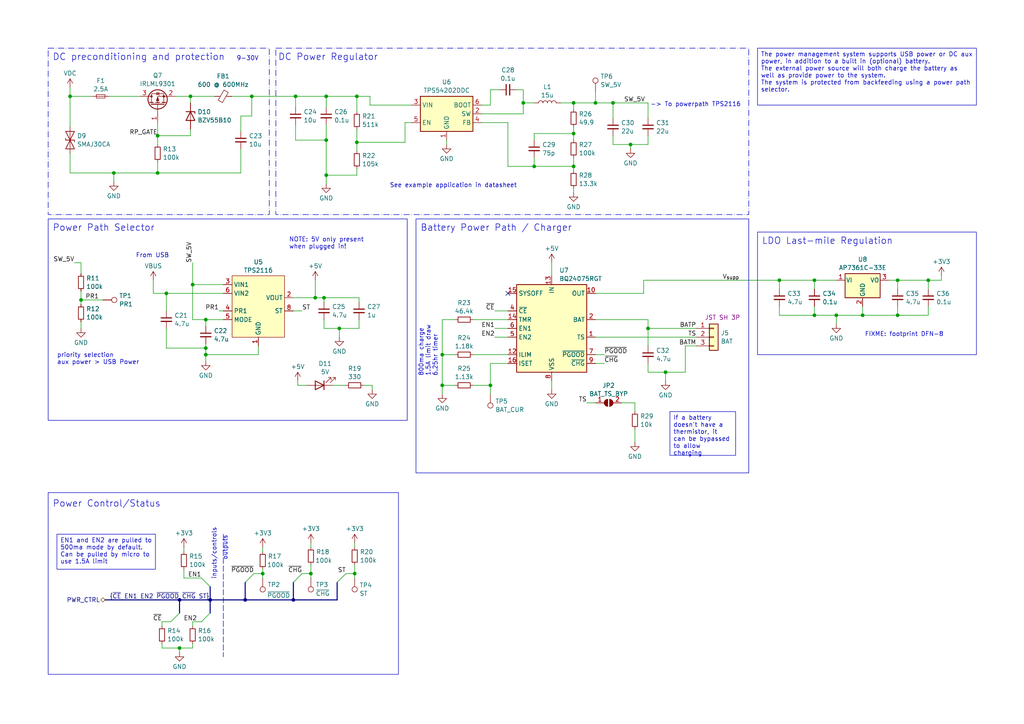
<source format=kicad_sch>
(kicad_sch (version 20230121) (generator eeschema)
  (paper "A4")
  (title_block (title "T3 Telemetry Board") (date "2023-07-26") (rev "1.1a-DRAFT") (company "Solar Vehicle Project"))
  (lib_symbols
    (symbol "Battery_Management:BQ24075RGT"
      (property "Reference" "U" (at -8.89 13.97 0))
      (property "Value" "BQ24075RGT" (at 16.51 13.97 0))
      (symbol "BQ24075RGT_0_1"
        (rectangle (start -10.16 12.7) (end 10.16 -12.7) (stroke (width 0.254)) (fill (type background)))
      )
      (symbol "BQ24075RGT_1_1"
        (pin passive line (at 12.7 -2.54 180) (length 2.54) (name "TS") (number "1"))
        (pin power_out line (at 12.7 10.16 180) (length 2.54) (name "OUT") (number "10"))
        (pin passive line (at 12.7 10.16 180) (length 2.54) hide (name "OUT") (number "11"))
        (pin passive line (at -12.7 -7.62 0) (length 2.54) (name "ILIM") (number "12"))
        (pin power_in line (at 0 15.24 270) (length 2.54) (name "IN") (number "13"))
        (pin input line (at -12.7 2.54 0) (length 2.54) (name "TMR") (number "14"))
        (pin input line (at -12.7 10.16 0) (length 2.54) (name "SYSOFF") (number "15"))
        (pin passive line (at -12.7 -10.16 0) (length 2.54) (name "ISET") (number "16"))
        (pin passive line (at 0 -15.24 90) (length 2.54) hide (name "VSS") (number "17"))
        (pin power_out line (at 12.7 2.54 180) (length 2.54) (name "BAT") (number "2"))
        (pin passive line (at 12.7 2.54 180) (length 2.54) hide (name "BAT") (number "3"))
        (pin input line (at -12.7 5.08 0) (length 2.54) (name "~{CE}") (number "4"))
        (pin input line (at -12.7 -2.54 0) (length 2.54) (name "EN2") (number "5"))
        (pin input line (at -12.7 0 0) (length 2.54) (name "EN1") (number "6"))
        (pin open_collector line (at 12.7 -7.62 180) (length 2.54) (name "~{PGOOD}") (number "7"))
        (pin power_in line (at 0 -15.24 90) (length 2.54) (name "VSS") (number "8"))
        (pin open_collector line (at 12.7 -10.16 180) (length 2.54) (name "~{CHG}") (number "9"))
      )
    )
    (symbol "Connector:TestPoint" (pin_numbers hide) (pin_names (offset 0.762) hide)
      (property "Reference" "TP" (at 0 6.858 0))
      (property "Value" "TestPoint" (at 0 5.08 0))
      (symbol "TestPoint_0_1"
        (circle (center 0 3.302) (radius 0.762))
      )
      (symbol "TestPoint_1_1"
        (pin passive line (at 0 0 90) (length 2.54) (name "1") (number "1"))
      )
    )
    (symbol "Connector_Generic:Conn_01x03" (pin_names (offset 1.016) hide)
      (property "Reference" "J" (at 0 5.08 0))
      (property "Value" "Conn_01x03" (at 0 -5.08 0))
      (symbol "Conn_01x03_1_1"
        (rectangle (start -1.27 -2.413) (end 0 -2.667) (stroke (width 0.1524)))
        (rectangle (start -1.27 0.127) (end 0 -0.127) (stroke (width 0.1524)))
        (rectangle (start -1.27 2.667) (end 0 2.413) (stroke (width 0.1524)))
        (rectangle (start -1.27 3.81) (end 1.27 -3.81) (stroke (width 0.254)) (fill (type background)))
        (pin passive line (at -5.08 2.54 0) (length 3.81) (name "Pin_1") (number "1"))
        (pin passive line (at -5.08 0 0) (length 3.81) (name "Pin_2") (number "2"))
        (pin passive line (at -5.08 -2.54 0) (length 3.81) (name "Pin_3") (number "3"))
      )
    )
    (symbol "Device:C_Small" (pin_numbers hide) (pin_names (offset 0.254) hide)
      (property "Reference" "C" (at 0.254 1.778 0))
      (property "Value" "C_Small" (at 0.254 -2.032 0))
      (symbol "C_Small_0_1"
        (polyline (pts (xy -1.524 -0.508) (xy 1.524 -0.508)) (stroke (width 0.3302)))
        (polyline (pts (xy -1.524 0.508) (xy 1.524 0.508)) (stroke (width 0.3048)))
      )
      (symbol "C_Small_1_1"
        (pin passive line (at 0 2.54 270) (length 2.032) (name "~") (number "1"))
        (pin passive line (at 0 -2.54 90) (length 2.032) (name "~") (number "2"))
      )
    )
    (symbol "Device:FerriteBead_Small" (pin_numbers hide) (pin_names (offset 0))
      (property "Reference" "FB" (at 1.905 1.27 0))
      (property "Value" "FerriteBead_Small" (at 1.905 -1.27 0))
      (symbol "FerriteBead_Small_0_1"
        (polyline (pts (xy 0 -1.27) (xy 0 -0.7874)))
        (polyline (pts (xy 0 0.889) (xy 0 1.2954)))
        (polyline (pts (xy -1.8288 0.2794) (xy -1.1176 1.4986) (xy 1.8288 -0.2032) (xy 1.1176 -1.4224) (xy -1.8288 0.2794)))
      )
      (symbol "FerriteBead_Small_1_1"
        (pin passive line (at 0 2.54 270) (length 1.27) (name "~") (number "1"))
        (pin passive line (at 0 -2.54 90) (length 1.27) (name "~") (number "2"))
      )
    )
    (symbol "Device:Fuse_Small" (pin_numbers hide) (pin_names (offset 0.254) hide)
      (property "Reference" "F" (at 0 -1.524 0))
      (property "Value" "Fuse_Small" (at 0 1.524 0))
      (symbol "Fuse_Small_0_1"
        (rectangle (start -1.27 0.508) (end 1.27 -0.508))
        (polyline (pts (xy -1.27 0) (xy 1.27 0)))
      )
      (symbol "Fuse_Small_1_1"
        (pin passive line (at -2.54 0 0) (length 1.27) (name "~") (number "1"))
        (pin passive line (at 2.54 0 180) (length 1.27) (name "~") (number "2"))
      )
    )
    (symbol "Device:L" (pin_numbers hide) (pin_names (offset 1.016) hide)
      (property "Reference" "L" (at -1.27 0 90))
      (property "Value" "L" (at 1.905 0 90))
      (symbol "L_0_1"
        (arc (start 0 -2.54) (mid 0.6323 -1.905) (end 0 -1.27))
        (arc (start 0 -1.27) (mid 0.6323 -0.635) (end 0 0))
        (arc (start 0 0) (mid 0.6323 0.635) (end 0 1.27))
        (arc (start 0 1.27) (mid 0.6323 1.905) (end 0 2.54))
      )
      (symbol "L_1_1"
        (pin passive line (at 0 3.81 270) (length 1.27) (name "1") (number "1"))
        (pin passive line (at 0 -3.81 90) (length 1.27) (name "2") (number "2"))
      )
    )
    (symbol "Device:LED" (pin_numbers hide) (pin_names (offset 1.016) hide)
      (property "Reference" "D" (at 0 2.54 0))
      (property "Value" "LED" (at 0 -2.54 0))
      (symbol "LED_0_1"
        (polyline (pts (xy -1.27 -1.27) (xy -1.27 1.27)) (stroke (width 0.254)))
        (polyline (pts (xy -1.27 0) (xy 1.27 0)))
        (polyline (pts (xy 1.27 -1.27) (xy 1.27 1.27) (xy -1.27 0) (xy 1.27 -1.27)) (stroke (width 0.254)))
        (polyline (pts (xy -3.048 -0.762) (xy -4.572 -2.286) (xy -3.81 -2.286) (xy -4.572 -2.286) (xy -4.572 -1.524)))
        (polyline (pts (xy -1.778 -0.762) (xy -3.302 -2.286) (xy -2.54 -2.286) (xy -3.302 -2.286) (xy -3.302 -1.524)))
      )
      (symbol "LED_1_1"
        (pin passive line (at -3.81 0 0) (length 2.54) (name "K") (number "1"))
        (pin passive line (at 3.81 0 180) (length 2.54) (name "A") (number "2"))
      )
    )
    (symbol "Device:R_Small" (pin_numbers hide) (pin_names (offset 0.254) hide)
      (property "Reference" "R" (at 0.762 0.508 0))
      (property "Value" "R_Small" (at 0.762 -1.016 0))
      (symbol "R_Small_0_1"
        (rectangle (start -0.762 1.778) (end 0.762 -1.778) (stroke (width 0.2032)))
      )
      (symbol "R_Small_1_1"
        (pin passive line (at 0 2.54 270) (length 0.762) (name "~") (number "1"))
        (pin passive line (at 0 -2.54 90) (length 0.762) (name "~") (number "2"))
      )
    )
    (symbol "Diode:BZV55B10" (pin_numbers hide) (pin_names hide)
      (property "Reference" "D" (at 0 2.54 0))
      (property "Value" "BZV55B10" (at 0 -2.54 0))
      (symbol "BZV55B10_0_1"
        (polyline (pts (xy 1.27 0) (xy -1.27 0)))
        (polyline (pts (xy -1.27 -1.27) (xy -1.27 1.27) (xy -0.762 1.27)) (stroke (width 0.254)))
        (polyline (pts (xy 1.27 -1.27) (xy 1.27 1.27) (xy -1.27 0) (xy 1.27 -1.27)) (stroke (width 0.254)))
      )
      (symbol "BZV55B10_1_1"
        (pin passive line (at -3.81 0 0) (length 2.54) (name "K") (number "1"))
        (pin passive line (at 3.81 0 180) (length 2.54) (name "A") (number "2"))
      )
    )
    (symbol "Diode:SMAJ30CA" (pin_numbers hide) (pin_names (offset 1.016) hide)
      (property "Reference" "D" (at 0 2.54 0))
      (property "Value" "SMAJ30CA" (at 0 -2.54 0))
      (symbol "SMAJ30CA_0_1"
        (polyline (pts (xy 1.27 0) (xy -1.27 0)))
        (polyline (pts (xy -2.54 -1.27) (xy 0 0) (xy -2.54 1.27) (xy -2.54 -1.27)) (stroke (width 0.2032)))
        (polyline (pts (xy 0.508 1.27) (xy 0 1.27) (xy 0 -1.27) (xy -0.508 -1.27)) (stroke (width 0.2032)))
        (polyline (pts (xy 2.54 1.27) (xy 2.54 -1.27) (xy 0 0) (xy 2.54 1.27)) (stroke (width 0.2032)))
      )
      (symbol "SMAJ30CA_1_1"
        (pin passive line (at -3.81 0 0) (length 2.54) (name "A1") (number "1"))
        (pin passive line (at 3.81 0 180) (length 2.54) (name "A2") (number "2"))
      )
    )
    (symbol "Jumper:SolderJumper_2_Open" (pin_names (offset 0) hide)
      (property "Reference" "JP" (at 0 2.032 0))
      (property "Value" "SolderJumper_2_Open" (at 0 -2.54 0))
      (symbol "SolderJumper_2_Open_0_1"
        (arc (start -0.254 1.016) (mid -1.2656 0) (end -0.254 -1.016))
        (arc (start -0.254 1.016) (mid -1.2656 0) (end -0.254 -1.016) (fill (type outline)))
        (polyline (pts (xy -0.254 1.016) (xy -0.254 -1.016)))
        (polyline (pts (xy 0.254 1.016) (xy 0.254 -1.016)))
        (arc (start 0.254 -1.016) (mid 1.2656 0) (end 0.254 1.016))
        (arc (start 0.254 -1.016) (mid 1.2656 0) (end 0.254 1.016) (fill (type outline)))
      )
      (symbol "SolderJumper_2_Open_1_1"
        (pin passive line (at -3.81 0 0) (length 2.54) (name "A") (number "1"))
        (pin passive line (at 3.81 0 180) (length 2.54) (name "B") (number "2"))
      )
    )
    (symbol "Regulator_Linear:AP7361C-33E" (pin_names (offset 0.254))
      (property "Reference" "U" (at -3.81 3.175 0))
      (property "Value" "AP7361C-33E" (at 0 3.175 0))
      (symbol "AP7361C-33E_0_1"
        (rectangle (start -5.08 -5.08) (end 5.08 1.905) (stroke (width 0.254)) (fill (type background)))
      )
      (symbol "AP7361C-33E_1_1"
        (pin power_in line (at -7.62 0 0) (length 2.54) (name "VI") (number "1"))
        (pin power_in line (at 0 -7.62 90) (length 2.54) (name "GND") (number "2"))
        (pin power_out line (at 7.62 0 180) (length 2.54) (name "VO") (number "3"))
      )
    )
    (symbol "Regulator_Switching:TPS54202DDC"
      (property "Reference" "U" (at -7.62 6.35 0))
      (property "Value" "TPS54202DDC" (at 0 6.35 0))
      (symbol "TPS54202DDC_0_1"
        (rectangle (start -7.62 5.08) (end 7.62 -5.08) (stroke (width 0.254)) (fill (type background)))
      )
      (symbol "TPS54202DDC_1_1"
        (pin power_in line (at 0 -7.62 90) (length 2.54) (name "GND") (number "1"))
        (pin power_out line (at 10.16 0 180) (length 2.54) (name "SW") (number "2"))
        (pin power_in line (at -10.16 2.54 0) (length 2.54) (name "VIN") (number "3"))
        (pin input line (at 10.16 -2.54 180) (length 2.54) (name "FB") (number "4"))
        (pin input line (at -10.16 -2.54 0) (length 2.54) (name "EN") (number "5"))
        (pin passive line (at 10.16 2.54 180) (length 2.54) (name "BOOT") (number "6"))
      )
    )
    (symbol "Transistor_FET:IRLML9301" (pin_names hide)
      (property "Reference" "Q" (at 5.08 1.905 0))
      (property "Value" "IRLML9301" (at 5.08 0 0))
      (symbol "IRLML9301_0_1"
        (polyline (pts (xy 0.254 0) (xy -2.54 0)))
        (polyline (pts (xy 0.254 1.905) (xy 0.254 -1.905)) (stroke (width 0.254)))
        (polyline (pts (xy 0.762 -1.27) (xy 0.762 -2.286)) (stroke (width 0.254)))
        (polyline (pts (xy 0.762 0.508) (xy 0.762 -0.508)) (stroke (width 0.254)))
        (polyline (pts (xy 0.762 2.286) (xy 0.762 1.27)) (stroke (width 0.254)))
        (polyline (pts (xy 2.54 2.54) (xy 2.54 1.778)))
        (polyline (pts (xy 2.54 -2.54) (xy 2.54 0) (xy 0.762 0)))
        (polyline (pts (xy 0.762 1.778) (xy 3.302 1.778) (xy 3.302 -1.778) (xy 0.762 -1.778)))
        (polyline (pts (xy 2.286 0) (xy 1.27 0.381) (xy 1.27 -0.381) (xy 2.286 0)) (fill (type outline)))
        (polyline (pts (xy 2.794 -0.508) (xy 2.921 -0.381) (xy 3.683 -0.381) (xy 3.81 -0.254)))
        (polyline (pts (xy 3.302 -0.381) (xy 2.921 0.254) (xy 3.683 0.254) (xy 3.302 -0.381)))
        (circle (center 1.651 0) (radius 2.794) (stroke (width 0.254)))
        (circle (center 2.54 -1.778) (radius 0.254) (fill (type outline)))
        (circle (center 2.54 1.778) (radius 0.254) (fill (type outline)))
      )
      (symbol "IRLML9301_1_1"
        (pin input line (at -5.08 0 0) (length 2.54) (name "G") (number "1"))
        (pin passive line (at 2.54 -5.08 90) (length 2.54) (name "S") (number "2"))
        (pin passive line (at 2.54 5.08 270) (length 2.54) (name "D") (number "3"))
      )
    )
    (symbol "parts:TSP2116"
      (property "Reference" "U" (at -6.35 10.16 0))
      (property "Value" "TPS2116" (at 3.81 10.16 0))
      (symbol "TSP2116_1_1"
        (rectangle (start -7.62 8.89) (end 7.62 -8.89) (fill (type background)))
        (pin power_in line (at 0 -11.43 90) (length 2.54) (name "GND") (number "1"))
        (pin power_out line (at 10.16 2.54 180) (length 2.54) (name "VOUT") (number "2"))
        (pin power_in line (at -10.16 6.35 0) (length 2.54) (name "VIN1") (number "3"))
        (pin input line (at -10.16 -1.27 0) (length 2.54) (name "PR1") (number "4"))
        (pin input line (at -10.16 -3.81 0) (length 2.54) (name "MODE") (number "5"))
        (pin input line (at -10.16 3.81 0) (length 2.54) (name "VIN2") (number "6"))
        (pin power_out line (at 10.16 2.54 180) (length 2.54) hide (name "VOUT") (number "7"))
        (pin output line (at 10.16 -1.27 180) (length 2.54) (name "ST") (number "8"))
      )
    )
    (symbol "power:+3V3" (power) (pin_names (offset 0))
      (property "Value" "+3V3" (at 0 3.556 0))
      (symbol "+3V3_0_1"
        (polyline (pts (xy -0.762 1.27) (xy 0 2.54)))
        (polyline (pts (xy 0 0) (xy 0 2.54)))
        (polyline (pts (xy 0 2.54) (xy 0.762 1.27)))
      )
      (symbol "+3V3_1_1"
        (pin power_in line (at 0 0 90) (length 0) hide (name "+3V3") (number "1"))
      )
    )
    (symbol "power:+5V" (power) (pin_names (offset 0))
      (property "Value" "+5V" (at 0 3.556 0))
      (symbol "+5V_0_1"
        (polyline (pts (xy -0.762 1.27) (xy 0 2.54)))
        (polyline (pts (xy 0 0) (xy 0 2.54)))
        (polyline (pts (xy 0 2.54) (xy 0.762 1.27)))
      )
      (symbol "+5V_1_1"
        (pin power_in line (at 0 0 90) (length 0) hide (name "+5V") (number "1"))
      )
    )
    (symbol "power:GND" (power) (pin_names (offset 0))
      (property "Value" "GND" (at 0 -3.81 0))
      (symbol "GND_0_1"
        (polyline (pts (xy 0 0) (xy 0 -1.27) (xy 1.27 -1.27) (xy 0 -2.54) (xy -1.27 -1.27) (xy 0 -1.27)))
      )
      (symbol "GND_1_1"
        (pin power_in line (at 0 0 270) (length 0) hide (name "GND") (number "1"))
      )
    )
    (symbol "power:VBUS" (power) (pin_names (offset 0))
      (property "Value" "VBUS" (at 0 3.81 0))
      (symbol "VBUS_0_1"
        (polyline (pts (xy -0.762 1.27) (xy 0 2.54)))
        (polyline (pts (xy 0 0) (xy 0 2.54)))
        (polyline (pts (xy 0 2.54) (xy 0.762 1.27)))
      )
      (symbol "VBUS_1_1"
        (pin power_in line (at 0 0 90) (length 0) hide (name "VBUS") (number "1"))
      )
    )
    (symbol "power:VDC" (power) (pin_names (offset 0))
      (property "Value" "VDC" (at 0 6.35 0))
      (symbol "VDC_0_1"
        (polyline (pts (xy -0.762 1.27) (xy 0 2.54)))
        (polyline (pts (xy 0 0) (xy 0 2.54)))
        (polyline (pts (xy 0 2.54) (xy 0.762 1.27)))
      )
      (symbol "VDC_1_1"
        (pin power_in line (at 0 0 90) (length 0) hide (name "VDC") (number "1"))
      )
    )
  )
  (junction (at 59.69 92.71))
  (junction (at 59.69 102.87))
  (junction (at 166.37 38.735))
  (junction (at 52.07 187.96))
  (junction (at 90.17 166.37))
  (junction (at 226.06 81.28))
  (junction (at 103.505 41.275))
  (junction (at 98.425 95.25))
  (junction (at 172.72 29.845))
  (junction (at 45.72 50.165))
  (junction (at 166.37 29.845))
  (junction (at 52.07 173.99))
  (junction (at 103.505 27.94))
  (junction (at 242.57 91.44))
  (junction (at 85.09 173.99))
  (junction (at 45.72 39.37))
  (junction (at 250.19 91.44))
  (junction (at 236.22 81.28))
  (junction (at 236.22 91.44))
  (junction (at 94.615 27.94))
  (junction (at 187.96 95.25))
  (junction (at 142.24 111.76))
  (junction (at 94.615 50.8))
  (junction (at 71.12 173.99))
  (junction (at 193.04 107.95))
  (junction (at 128.27 111.76))
  (junction (at 269.24 81.28))
  (junction (at 177.8 29.845))
  (junction (at 93.98 86.36))
  (junction (at 60.96 173.99))
  (junction (at 33.02 50.165))
  (junction (at 182.88 41.91))
  (junction (at 59.69 100.965))
  (junction (at 73.025 27.94))
  (junction (at 128.27 102.87))
  (junction (at 94.615 40.64))
  (junction (at 260.35 91.44))
  (junction (at 154.94 48.26))
  (junction (at 102.87 166.37))
  (junction (at 48.26 85.09))
  (junction (at 91.44 86.36))
  (junction (at 151.765 29.845))
  (junction (at 20.32 27.94))
  (junction (at 55.88 82.55))
  (junction (at 166.37 48.26))
  (junction (at 76.2 166.37))
  (junction (at 85.725 27.94))
  (junction (at 55.245 27.94))
  (junction (at 260.35 81.28))
  (junction (at 23.495 86.995))
  (no_connect (at 147.32 85.09))
  (bus_entry (at 58.42 180.34) (size 2.54 -2.54))
  (bus_entry (at 49.53 180.34) (size 2.54 -2.54))
  (bus_entry (at 87.63 166.37) (size -2.54 2.54))
  (bus_entry (at 100.33 166.37) (size -2.54 2.54))
  (bus_entry (at 73.66 166.37) (size -2.54 2.54))
  (bus_entry (at 58.42 167.64) (size 2.54 2.54))
  (wire (pts (xy 103.505 27.94) (xy 107.315 27.94)))
  (wire (pts (xy 46.99 180.34) (xy 49.53 180.34)))
  (wire (pts (xy 90.17 163.83) (xy 90.17 166.37)))
  (wire (pts (xy 55.88 186.69) (xy 55.88 187.96)))
  (wire (pts (xy 107.95 111.76) (xy 107.95 113.03)))
  (wire (pts (xy 73.025 27.94) (xy 73.025 33.655)))
  (wire (pts (xy 48.26 95.25) (xy 48.26 100.965)))
  (wire (pts (xy 103.505 41.275) (xy 103.505 43.815)))
  (wire (pts (xy 76.2 158.75) (xy 76.2 160.02)))
  (wire (pts (xy 151.765 26.035) (xy 151.765 29.845)))
  (wire (pts (xy 236.22 91.44) (xy 242.57 91.44)))
  (wire (pts (xy 226.06 91.44) (xy 236.22 91.44)))
  (wire (pts (xy 269.24 81.28) (xy 269.24 83.82)))
  (wire (pts (xy 98.425 95.25) (xy 104.14 95.25)))
  (wire (pts (xy 59.69 100.965) (xy 59.69 102.87)))
  (wire (pts (xy 55.88 82.55) (xy 64.77 82.55)))
  (wire (pts (xy 193.04 107.95) (xy 198.755 107.95)))
  (wire (pts (xy 172.72 97.79) (xy 201.93 97.79)))
  (wire (pts (xy 21.59 76.2) (xy 23.495 76.2)))
  (wire (pts (xy 103.505 48.895) (xy 103.505 50.8)))
  (wire (pts (xy 198.755 100.33) (xy 198.755 107.95)))
  (wire (pts (xy 23.495 86.995) (xy 29.845 86.995)))
  (wire (pts (xy 187.96 39.37) (xy 187.96 41.91)))
  (wire (pts (xy 198.755 100.33) (xy 201.93 100.33)))
  (wire (pts (xy 166.37 29.845) (xy 172.72 29.845)))
  (wire (pts (xy 59.69 99.695) (xy 59.69 100.965)))
  (wire (pts (xy 236.22 81.28) (xy 236.22 83.82)))
  (wire (pts (xy 137.16 92.71) (xy 147.32 92.71)))
  (wire (pts (xy 91.44 86.36) (xy 93.98 86.36)))
  (wire (pts (xy 162.56 29.845) (xy 166.37 29.845)))
  (wire (pts (xy 260.35 81.28) (xy 257.81 81.28)))
  (wire (pts (xy 85.725 40.64) (xy 94.615 40.64)))
  (wire (pts (xy 180.34 116.84) (xy 184.15 116.84)))
  (wire (pts (xy 52.07 189.23) (xy 52.07 187.96)))
  (wire (pts (xy 20.32 50.165) (xy 33.02 50.165)))
  (wire (pts (xy 76.2 165.1) (xy 76.2 166.37)))
  (wire (pts (xy 154.94 48.26) (xy 147.32 48.26)))
  (wire (pts (xy 193.04 107.95) (xy 193.04 110.49)))
  (wire (pts (xy 76.2 167.64) (xy 76.2 166.37)))
  (wire (pts (xy 142.24 26.035) (xy 142.24 30.48)))
  (wire (pts (xy 187.96 95.25) (xy 187.96 100.33)))
  (wire (pts (xy 184.15 116.84) (xy 184.15 119.38)))
  (wire (pts (xy 177.8 41.91) (xy 182.88 41.91)))
  (wire (pts (xy 184.15 124.46) (xy 184.15 128.27)))
  (bus (pts (xy 52.07 177.8) (xy 52.07 173.99)))
  (wire (pts (xy 86.36 111.76) (xy 88.9 111.76)))
  (wire (pts (xy 128.27 102.87) (xy 132.08 102.87)))
  (wire (pts (xy 187.96 107.95) (xy 193.04 107.95)))
  (wire (pts (xy 94.615 50.8) (xy 103.505 50.8)))
  (wire (pts (xy 242.57 91.44) (xy 242.57 93.98)))
  (wire (pts (xy 103.505 41.275) (xy 117.475 41.275)))
  (wire (pts (xy 226.06 81.28) (xy 236.22 81.28)))
  (wire (pts (xy 187.96 41.91) (xy 182.88 41.91)))
  (wire (pts (xy 85.725 27.94) (xy 94.615 27.94)))
  (wire (pts (xy 143.51 97.79) (xy 147.32 97.79)))
  (wire (pts (xy 128.27 102.87) (xy 128.27 111.76)))
  (wire (pts (xy 93.98 95.25) (xy 98.425 95.25)))
  (wire (pts (xy 250.19 91.44) (xy 242.57 91.44)))
  (bus (pts (xy 60.96 170.18) (xy 60.96 173.99)))
  (wire (pts (xy 48.26 85.09) (xy 48.26 90.17)))
  (wire (pts (xy 269.24 88.9) (xy 269.24 91.44)))
  (wire (pts (xy 128.27 92.71) (xy 128.27 102.87)))
  (wire (pts (xy 269.24 81.28) (xy 273.05 81.28)))
  (wire (pts (xy 186.69 81.28) (xy 226.06 81.28)))
  (wire (pts (xy 33.02 50.165) (xy 45.72 50.165)))
  (wire (pts (xy 55.88 92.71) (xy 59.69 92.71)))
  (wire (pts (xy 64.77 92.71) (xy 59.69 92.71)))
  (bus (pts (xy 60.96 173.99) (xy 60.96 177.8)))
  (wire (pts (xy 86.36 111.76) (xy 86.36 110.49)))
  (wire (pts (xy 59.69 102.87) (xy 74.93 102.87)))
  (wire (pts (xy 67.31 27.94) (xy 73.025 27.94)))
  (bus (pts (xy 85.09 173.99) (xy 97.79 173.99)))
  (wire (pts (xy 46.99 187.96) (xy 52.07 187.96)))
  (wire (pts (xy 94.615 40.64) (xy 94.615 50.8)))
  (wire (pts (xy 55.88 82.55) (xy 55.88 92.71)))
  (wire (pts (xy 69.85 50.165) (xy 45.72 50.165)))
  (wire (pts (xy 166.37 38.735) (xy 154.94 38.735)))
  (wire (pts (xy 91.44 86.36) (xy 85.09 86.36)))
  (wire (pts (xy 166.37 48.26) (xy 166.37 49.53)))
  (wire (pts (xy 98.425 95.25) (xy 98.425 97.79)))
  (wire (pts (xy 177.8 29.845) (xy 177.8 34.29)))
  (wire (pts (xy 91.44 81.28) (xy 91.44 86.36)))
  (wire (pts (xy 55.88 180.34) (xy 55.88 181.61)))
  (wire (pts (xy 94.615 50.8) (xy 94.615 53.34)))
  (wire (pts (xy 147.32 35.56) (xy 139.7 35.56)))
  (wire (pts (xy 69.85 43.18) (xy 69.85 50.165)))
  (wire (pts (xy 23.495 86.995) (xy 23.495 88.265)))
  (wire (pts (xy 23.495 76.2) (xy 23.495 79.375)))
  (wire (pts (xy 55.245 27.94) (xy 62.23 27.94)))
  (wire (pts (xy 94.615 27.94) (xy 103.505 27.94)))
  (bus (pts (xy 85.09 168.91) (xy 85.09 173.99)))
  (wire (pts (xy 102.87 157.48) (xy 102.87 158.75)))
  (wire (pts (xy 20.32 25.4) (xy 20.32 27.94)))
  (wire (pts (xy 53.34 158.75) (xy 53.34 160.02)))
  (wire (pts (xy 187.96 92.71) (xy 172.72 92.71)))
  (wire (pts (xy 182.88 41.91) (xy 182.88 43.18)))
  (wire (pts (xy 104.14 86.36) (xy 104.14 87.63)))
  (wire (pts (xy 104.14 92.71) (xy 104.14 95.25)))
  (wire (pts (xy 151.765 29.845) (xy 151.765 33.02)))
  (wire (pts (xy 76.2 166.37) (xy 73.66 166.37)))
  (wire (pts (xy 73.025 33.655) (xy 69.85 33.655)))
  (wire (pts (xy 64.77 90.17) (xy 63.5 90.17)))
  (bus (pts (xy 71.12 168.91) (xy 71.12 173.99)))
  (wire (pts (xy 172.72 85.09) (xy 186.69 85.09)))
  (wire (pts (xy 93.98 95.25) (xy 93.98 92.71)))
  (wire (pts (xy 166.37 48.26) (xy 154.94 48.26)))
  (wire (pts (xy 50.8 27.94) (xy 55.245 27.94)))
  (wire (pts (xy 90.17 157.48) (xy 90.17 158.75)))
  (wire (pts (xy 132.08 92.71) (xy 128.27 92.71)))
  (wire (pts (xy 149.86 26.035) (xy 151.765 26.035)))
  (wire (pts (xy 142.24 26.035) (xy 144.78 26.035)))
  (wire (pts (xy 143.51 90.17) (xy 147.32 90.17)))
  (wire (pts (xy 117.475 35.56) (xy 119.38 35.56)))
  (wire (pts (xy 273.05 80.01) (xy 273.05 81.28)))
  (wire (pts (xy 260.35 81.28) (xy 269.24 81.28)))
  (wire (pts (xy 177.8 29.845) (xy 187.96 29.845)))
  (wire (pts (xy 85.725 36.195) (xy 85.725 40.64)))
  (wire (pts (xy 105.41 111.76) (xy 107.95 111.76)))
  (wire (pts (xy 119.38 30.48) (xy 107.315 30.48)))
  (wire (pts (xy 20.32 44.45) (xy 20.32 50.165)))
  (wire (pts (xy 137.16 102.87) (xy 147.32 102.87)))
  (wire (pts (xy 33.02 50.165) (xy 33.02 52.705)))
  (wire (pts (xy 55.88 180.34) (xy 58.42 180.34)))
  (wire (pts (xy 147.32 48.26) (xy 147.32 35.56)))
  (wire (pts (xy 96.52 111.76) (xy 100.33 111.76)))
  (wire (pts (xy 172.72 26.67) (xy 172.72 29.845)))
  (wire (pts (xy 177.8 39.37) (xy 177.8 41.91)))
  (wire (pts (xy 226.06 88.9) (xy 226.06 91.44)))
  (wire (pts (xy 53.34 167.64) (xy 58.42 167.64)))
  (wire (pts (xy 85.725 31.115) (xy 85.725 27.94)))
  (wire (pts (xy 166.37 45.72) (xy 166.37 48.26)))
  (polyline (pts (xy 64.77 154.94) (xy 64.77 190.5)) (stroke (width 0) (type dash)))
  (wire (pts (xy 31.75 27.94) (xy 40.64 27.94)))
  (wire (pts (xy 55.245 39.37) (xy 55.245 37.465)))
  (wire (pts (xy 55.245 39.37) (xy 45.72 39.37)))
  (bus (pts (xy 71.12 173.99) (xy 85.09 173.99)))
  (bus (pts (xy 30.48 173.99) (xy 52.07 173.99)))
  (wire (pts (xy 128.27 111.76) (xy 132.08 111.76)))
  (wire (pts (xy 102.87 166.37) (xy 102.87 167.64)))
  (wire (pts (xy 151.765 29.845) (xy 154.94 29.845)))
  (bus (pts (xy 97.79 168.91) (xy 97.79 173.99)))
  (wire (pts (xy 55.245 27.94) (xy 55.245 29.845)))
  (wire (pts (xy 59.69 102.87) (xy 59.69 104.775)))
  (wire (pts (xy 94.615 36.195) (xy 94.615 40.64)))
  (wire (pts (xy 236.22 91.44) (xy 236.22 88.9)))
  (wire (pts (xy 44.45 85.09) (xy 44.45 81.28)))
  (wire (pts (xy 137.16 111.76) (xy 142.24 111.76)))
  (wire (pts (xy 90.17 166.37) (xy 90.17 167.64)))
  (wire (pts (xy 55.88 187.96) (xy 52.07 187.96)))
  (wire (pts (xy 187.96 105.41) (xy 187.96 107.95)))
  (wire (pts (xy 73.025 27.94) (xy 85.725 27.94)))
  (bus (pts (xy 52.07 173.99) (xy 60.96 173.99)))
  (wire (pts (xy 175.26 105.41) (xy 172.72 105.41)))
  (wire (pts (xy 93.98 86.36) (xy 93.98 87.63)))
  (wire (pts (xy 46.99 180.34) (xy 46.99 181.61)))
  (wire (pts (xy 260.35 88.9) (xy 260.35 91.44)))
  (wire (pts (xy 20.32 27.94) (xy 20.32 36.83)))
  (wire (pts (xy 69.85 33.655) (xy 69.85 38.1)))
  (wire (pts (xy 172.72 29.845) (xy 177.8 29.845)))
  (wire (pts (xy 166.37 54.61) (xy 166.37 55.88)))
  (wire (pts (xy 103.505 37.465) (xy 103.505 41.275)))
  (wire (pts (xy 93.98 86.36) (xy 104.14 86.36)))
  (wire (pts (xy 175.26 102.87) (xy 172.72 102.87)))
  (wire (pts (xy 226.06 81.28) (xy 226.06 83.82)))
  (wire (pts (xy 94.615 27.94) (xy 94.615 31.115)))
  (wire (pts (xy 23.495 84.455) (xy 23.495 86.995)))
  (wire (pts (xy 166.37 29.845) (xy 166.37 31.75)))
  (wire (pts (xy 74.93 102.87) (xy 74.93 100.33)))
  (wire (pts (xy 142.24 30.48) (xy 139.7 30.48)))
  (wire (pts (xy 45.72 39.37) (xy 45.72 41.91)))
  (wire (pts (xy 128.27 111.76) (xy 128.27 114.3)))
  (wire (pts (xy 48.26 100.965) (xy 59.69 100.965)))
  (wire (pts (xy 260.35 83.82) (xy 260.35 81.28)))
  (wire (pts (xy 129.54 40.64) (xy 129.54 41.91)))
  (wire (pts (xy 187.96 95.25) (xy 201.93 95.25)))
  (wire (pts (xy 154.94 45.72) (xy 154.94 48.26)))
  (wire (pts (xy 45.72 35.56) (xy 45.72 39.37)))
  (wire (pts (xy 53.34 167.64) (xy 53.34 165.1)))
  (wire (pts (xy 142.24 105.41) (xy 142.24 111.76)))
  (bus (pts (xy 60.96 173.99) (xy 71.12 173.99)))
  (wire (pts (xy 160.02 76.2) (xy 160.02 80.01)))
  (wire (pts (xy 48.26 85.09) (xy 64.77 85.09)))
  (wire (pts (xy 260.35 91.44) (xy 269.24 91.44)))
  (wire (pts (xy 107.315 27.94) (xy 107.315 30.48)))
  (wire (pts (xy 186.69 81.28) (xy 186.69 85.09)))
  (wire (pts (xy 187.96 29.845) (xy 187.96 34.29)))
  (wire (pts (xy 90.17 166.37) (xy 87.63 166.37)))
  (wire (pts (xy 103.505 27.94) (xy 103.505 32.385)))
  (wire (pts (xy 154.94 38.735) (xy 154.94 40.64)))
  (wire (pts (xy 102.87 163.83) (xy 102.87 166.37)))
  (wire (pts (xy 250.19 88.9) (xy 250.19 91.44)))
  (wire (pts (xy 142.24 105.41) (xy 147.32 105.41)))
  (wire (pts (xy 117.475 41.275) (xy 117.475 35.56)))
  (wire (pts (xy 20.32 27.94) (xy 26.67 27.94)))
  (wire (pts (xy 55.88 82.55) (xy 55.88 76.2)))
  (wire (pts (xy 166.37 38.735) (xy 166.37 40.64)))
  (wire (pts (xy 46.99 187.96) (xy 46.99 186.69)))
  (wire (pts (xy 44.45 85.09) (xy 48.26 85.09)))
  (wire (pts (xy 45.72 50.165) (xy 45.72 46.99)))
  (wire (pts (xy 260.35 91.44) (xy 250.19 91.44)))
  (wire (pts (xy 151.765 33.02) (xy 139.7 33.02)))
  (wire (pts (xy 236.22 81.28) (xy 242.57 81.28)))
  (wire (pts (xy 170.18 116.84) (xy 172.72 116.84)))
  (wire (pts (xy 59.69 92.71) (xy 59.69 94.615)))
  (wire (pts (xy 87.63 90.17) (xy 85.09 90.17)))
  (wire (pts (xy 143.51 95.25) (xy 147.32 95.25)))
  (wire (pts (xy 166.37 36.83) (xy 166.37 38.735)))
  (wire (pts (xy 160.02 110.49) (xy 160.02 113.03)))
  (wire (pts (xy 187.96 95.25) (xy 187.96 92.71)))
  (wire (pts (xy 142.24 114.3) (xy 142.24 111.76)))
  (wire (pts (xy 102.87 166.37) (xy 100.33 166.37)))
  (wire (pts (xy 23.495 93.345) (xy 23.495 95.25)))
  (rectangle (start 219.71 67.31) (end 283.21 102.87))
  (rectangle (start 120.65 63.5) (end 217.17 137.16))
  (rectangle (start 13.97 142.875) (end 115.57 195.58))
  (rectangle (start 13.97 13.97) (end 78.105 62.23) (stroke (width 0) (type dash_dot)))
  (rectangle (start 80.01 13.97) (end 217.17 62.23) (stroke (width 0) (type dash_dot)))
  (rectangle (start 13.97 63.5) (end 118.11 121.92))
  (text_box "The power management system supports USB power or DC aux power, in addition to a built in (optional) battery.\nThe external power source will both charge the battery as well as provide power to the system.\nThe system is protected from backfeeding using a power path selector.\n" (at 219.71 13.97 0) (size 63.5 16.51) (effects (font (size 1.27 1.27)) (justify left top)))
  (text_box "If a battery doesn't have a thermistor, it can be bypassed to allow charging" (at 194.31 119.38 0) (size 19.05 12.7) (effects (font (size 1.27 1.27)) (justify left top)))
  (text_box "EN1 and EN2 are pulled to 500ma mode by default.\nCan be pulled by micro to use 1.5A limit" (at 16.51 154.94 0) (size 28.575 10.16) (effects (font (size 1.27 1.27)) (justify left top)))
  (text "From USB" (at 39.37 74.93 0) (effects (font (size 1.27 1.27)) (justify left bottom)))
  (text "DC preconditioning and protection\n" (at 15.24 17.78 0) (effects (font (size 1.905 1.905)) (justify left bottom)))
  (text "priority selection\naux power > USB Power\n\n" (at 16.51 107.95 0) (effects (font (size 1.27 1.27)) (justify left bottom)))
  (text "Power Path Selector" (at 15.24 67.31 0) (effects (font (size 1.905 1.905)) (justify left bottom)))
  (text "inputs/controls" (at 62.865 153.035 90) (effects (font (size 1.27 1.27)) (justify right bottom)))
  (text "LDO Last-mile Regulation" (at 220.98 71.12 0) (effects (font (size 1.905 1.905)) (justify left bottom)))
  (text "Battery Power Path / Charger" (at 121.92 67.31 0) (effects (font (size 1.905 1.905)) (justify left bottom)))
  (text "outputs\n" (at 66.04 162.56 90) (effects (font (size 1.27 1.27)) (justify left bottom)))
  (text "800ma charge\n1.5A limit draw\n6.25hr timer\n" (at 127 109.22 90) (effects (font (size 1.27 1.27)) (justify left bottom)))
  (text "Power Control/Status\n" (at 15.24 147.32 0) (effects (font (size 1.905 1.905)) (justify left bottom)))
  (text "NOTE: 5V only present\nwhen plugged in!\n" (at 83.82 72.39 0) (effects (font (size 1.27 1.27)) (justify left bottom)))
  (text "See example application in datasheet" (at 113.03 54.61 0) (effects (font (size 1.27 1.27)) (justify left bottom)))
  (text "FIXME: footprint DFN-8\n" (at 250.825 97.79 0) (effects (font (size 1.27 1.27)) (justify left bottom)))
  (text "DC Power Regulator\n" (at 80.645 17.78 0) (effects (font (size 1.905 1.905)) (justify left bottom)))
  (text "9-30V " (at 68.58 17.78 0) (effects (font (size 1.27 1.27)) (justify left bottom)))
  (text "-> To powerpath TPS2116" (at 188.595 31.115 0) (effects (font (size 1.27 1.27)) (justify left bottom)))
  (label "~{CE}" (at 143.51 90.17 180))
  (label "SW_5V" (at 180.975 29.845 0))
  (label "EN1" (at 58.42 167.64 180))
  (label "EN2" (at 57.15 180.34 180))
  (label "~{PGOOD}" (at 73.66 166.37 180))
  (label "RP_GATE" (at 45.72 39.37 180))
  (label "BATM" (at 201.93 100.33 180))
  (label "~{CE}" (at 46.99 180.34 180))
  (label "EN1" (at 143.51 95.25 180))
  (label "{~{CE} EN1 EN2 ~{PGOOD} ~{CHG} ST}" (at 31.75 173.99 0))
  (label "SW_5V" (at 55.88 76.2 90))
  (label "TS" (at 170.18 116.84 180))
  (label "ST" (at 87.63 90.17 0))
  (label "PR1" (at 24.765 86.995 0))
  (label "BATP" (at 201.93 95.25 180))
  (label "EN2" (at 143.51 97.79 180))
  (label "~{CHG}" (at 87.63 166.37 180))
  (label "ST" (at 100.33 166.37 180))
  (label "TS" (at 201.93 97.79 180))
  (label "~{CHG}" (at 175.26 105.41 0))
  (label "~{PGOOD}" (at 175.26 102.87 0))
  (label "SW_5V" (at 21.59 76.2 180))
  (label "V_{supp}" (at 209.55 81.28 0))
  (label "PR1" (at 63.5 90.17 180))
  (hierarchical_label "PWR_CTRL" (shape bidirectional) (at 30.48 173.99 180))
  (symbol (lib_id "parts:TSP2116") (at 74.93 88.9 0) (unit 1)
    (property "Reference" "U5" (at 74.93 75.9927 0))
    (property "Value" "TPS2116" (at 74.93 78.4169 0))
    (property "Footprint" "Package_TO_SOT_SMD:SOT-583-8" (effects hide))
    (property "Datasheet" "https://www.ti.com/lit/ds/symlink/tps2116.pdf" (effects hide))
  )
  (symbol (lib_id "Device:R_Small") (at 102.87 161.29 0) (unit 1)
    (property "Reference" "R20" (at 104.3686 160.0779 0) (effects (justify left)))
    (property "Value" "100k" (at 104.3686 162.5021 0) (effects (justify left)))
    (property "Footprint" "Resistor_SMD:R_0402_1005Metric" (effects hide))
  )
  (symbol (lib_id "Device:R_Small") (at 134.62 111.76 270) (unit 1)
    (property "Reference" "R25" (at 134.62 106.8791 90))
    (property "Value" "1.13k" (at 134.62 109.3033 90))
    (property "Footprint" "Resistor_SMD:R_0603_1608Metric" (effects hide))
  )
  (symbol (lib_id "Connector:TestPoint") (at 90.17 167.64 180) (unit 1) (in_bom no)
    (property "Reference" "TP3" (at 91.567 169.5844 0) (effects (justify right)))
    (property "Value" "~{CHG}" (at 91.567 172.1541 0) (effects (justify right)))
    (property "Footprint" "TestPoint:TestPoint_Pad_D1.0mm" (effects hide))
  )
  (symbol (lib_id "Device:R_Small") (at 45.72 44.45 0) (unit 1)
    (property "Reference" "R13" (at 47.2186 43.2379 0) (effects (justify left)))
    (property "Value" "100k" (at 47.2186 45.6621 0) (effects (justify left)))
    (property "Footprint" "Resistor_SMD:R_0402_1005Metric" (effects hide))
  )
  (symbol (lib_id "Device:R_Small") (at 55.88 184.15 180) (unit 1)
    (property "Reference" "R16" (at 57.3786 182.9379 0) (effects (justify right)))
    (property "Value" "100k" (at 57.3786 185.3621 0) (effects (justify right)))
    (property "Footprint" "Resistor_SMD:R_0402_1005Metric" (effects hide))
  )
  (symbol (lib_id "power:+3V3") (at 76.2 158.75 0) (unit 1)
    (property "Reference" "#PWR043" (effects hide))
    (property "Value" "+3V3" (at 76.2 154.6169 0))
  )
  (symbol (lib_id "Device:R_Small") (at 23.495 81.915 0) (unit 1)
    (property "Reference" "R11" (at 24.9936 80.7029 0) (effects (justify left)))
    (property "Value" "100k" (at 24.9936 83.1271 0) (effects (justify left)))
    (property "Footprint" "Resistor_SMD:R_0402_1005Metric" (effects hide))
  )
  (symbol (lib_id "power:VDC") (at 20.32 25.4 0) (unit 1)
    (property "Reference" "#PWR036" (effects hide))
    (property "Value" "VDC" (at 20.32 21.2669 0))
  )
  (symbol (lib_id "power:GND") (at 182.88 43.18 0) (unit 1)
    (property "Reference" "#PWR056" (effects hide))
    (property "Value" "GND" (at 182.88 47.3131 0))
  )
  (symbol (lib_id "Device:R_Small") (at 53.34 162.56 180) (unit 1)
    (property "Reference" "R15" (at 54.8386 161.3479 0) (effects (justify right)))
    (property "Value" "100k" (at 54.8386 163.7721 0) (effects (justify right)))
    (property "Footprint" "Resistor_SMD:R_0402_1005Metric" (effects hide))
  )
  (symbol (lib_id "Device:R_Small") (at 103.505 46.355 0) (unit 1)
    (property "Reference" "R22" (at 105.0036 45.1429 0) (effects (justify left)))
    (property "Value" "105k" (at 105.0036 47.5671 0) (effects (justify left)))
    (property "Footprint" "Resistor_SMD:R_0402_1005Metric" (effects hide))
  )
  (symbol (lib_id "Device:C_Small") (at 104.14 90.17 0) (unit 1)
    (property "Reference" "C27" (at 106.4641 88.9642 0) (effects (justify left)))
    (property "Value" "1u" (at 106.4641 91.3884 0) (effects (justify left)))
    (property "Footprint" "Capacitor_SMD:C_0402_1005Metric" (effects hide))
  )
  (symbol (lib_id "Device:C_Small") (at 147.32 26.035 90) (unit 1)
    (property "Reference" "C28" (at 147.3263 20.3286 90))
    (property "Value" "0.1u" (at 147.3263 22.7528 90))
    (property "Footprint" "Capacitor_SMD:C_0402_1005Metric" (effects hide))
  )
  (symbol (lib_id "Device:C_Small") (at 154.94 43.18 0) (unit 1)
    (property "Reference" "C29" (at 157.2641 41.9742 0) (effects (justify left)))
    (property "Value" "75p" (at 157.2641 44.3984 0) (effects (justify left)))
    (property "Footprint" "Capacitor_SMD:C_0402_1005Metric" (effects hide))
  )
  (symbol (lib_id "power:VBUS") (at 44.45 81.28 0) (unit 1)
    (property "Reference" "#PWR039" (effects hide))
    (property "Value" "VBUS" (at 44.45 77.1469 0))
  )
  (symbol (lib_id "Device:FerriteBead_Small") (at 64.77 27.94 90) (unit 1)
    (property "Reference" "FB1" (at 64.7319 22.0939 90))
    (property "Value" "600 @ 600MHz" (at 64.7319 24.5181 90))
    (property "Footprint" "Inductor_SMD:L_0805_2012Metric" (effects hide))
  )
  (symbol (lib_id "Device:C_Small") (at 226.06 86.36 0) (unit 1)
    (property "Reference" "C33" (at 228.3841 85.1542 0) (effects (justify left)))
    (property "Value" "4.7u" (at 228.3841 87.5784 0) (effects (justify left)))
    (property "Footprint" "Capacitor_SMD:C_0805_2012Metric" (effects hide))
  )
  (symbol (lib_id "Connector:TestPoint") (at 29.845 86.995 270) (unit 1) (in_bom no)
    (property "Reference" "TP1" (at 34.544 85.7829 90) (effects (justify left)))
    (property "Value" "PR1" (at 34.544 88.2071 90) (effects (justify left)))
    (property "Footprint" "TestPoint:TestPoint_Pad_D1.0mm" (effects hide))
  )
  (symbol (lib_id "power:GND") (at 33.02 52.705 0) (unit 1)
    (property "Reference" "#PWR038" (effects hide))
    (property "Value" "GND" (at 33.02 56.8381 0))
  )
  (symbol (lib_id "Diode:SMAJ30CA") (at 20.32 40.64 90) (unit 1)
    (property "Reference" "D9" (at 22.3266 39.4279 90) (effects (justify right)))
    (property "Value" "SMAJ30CA" (at 22.3266 41.8521 90) (effects (justify right)))
    (property "Footprint" "Diode_SMD:D_SMA" (effects hide))
    (property "Datasheet" "https://www.littelfuse.com/media?resourcetype=datasheets&itemid=75e32973-b177-4ee3-a0ff-cedaf1abdb93&filename=smaj-datasheet" (effects hide))
  )
  (symbol (lib_id "Jumper:SolderJumper_2_Open") (at 176.53 116.84 0) (unit 1)
    (property "Reference" "JP2" (at 176.53 111.8067 0))
    (property "Value" "BAT_TS_BYP" (at 176.53 114.2309 0))
    (property "Footprint" "Jumper:SolderJumper-2_P1.3mm_Open_TrianglePad1.0x1.5mm" (effects hide))
  )
  (symbol (lib_id "power:+5V") (at 160.02 76.2 0) (unit 1)
    (property "Reference" "#PWR053" (effects hide))
    (property "Value" "+5V" (at 160.02 72.0669 0))
  )
  (symbol (lib_id "Device:R_Small") (at 134.62 102.87 90) (unit 1)
    (property "Reference" "R24" (at 134.62 97.9891 90))
    (property "Value" "1.18k" (at 134.62 100.4133 90))
    (property "Footprint" "Resistor_SMD:R_0603_1608Metric" (effects hide))
  )
  (symbol (lib_id "power:GND") (at 98.425 97.79 0) (unit 1)
    (property "Reference" "#PWR048" (effects hide))
    (property "Value" "GND" (at 98.425 101.9231 0))
  )
  (symbol (lib_id "power:GND") (at 107.95 113.03 0) (unit 1)
    (property "Reference" "#PWR050" (effects hide))
    (property "Value" "GND" (at 107.95 117.1631 0))
  )
  (symbol (lib_id "power:GND") (at 52.07 189.23 0) (unit 1)
    (property "Reference" "#PWR040" (effects hide))
    (property "Value" "GND" (at 52.07 193.3631 0))
  )
  (symbol (lib_id "Device:C_Small") (at 48.26 92.71 0) (unit 1)
    (property "Reference" "C21" (at 50.5841 91.5042 0) (effects (justify left)))
    (property "Value" "4.7u" (at 50.5841 93.9284 0) (effects (justify left)))
    (property "Footprint" "Capacitor_SMD:C_0805_2012Metric" (effects hide))
  )
  (symbol (lib_id "Device:C_Small") (at 187.96 102.87 0) (unit 1)
    (property "Reference" "C32" (at 190.2841 101.6642 0) (effects (justify left)))
    (property "Value" "4.7u" (at 190.2841 104.0884 0) (effects (justify left)))
    (property "Footprint" "Capacitor_SMD:C_0805_2012Metric" (effects hide))
  )
  (symbol (lib_id "Device:C_Small") (at 236.22 86.36 0) (unit 1)
    (property "Reference" "C34" (at 238.5441 85.1542 0) (effects (justify left)))
    (property "Value" "0.1u" (at 238.5441 87.5784 0) (effects (justify left)))
    (property "Footprint" "Capacitor_SMD:C_0402_1005Metric" (effects hide))
  )
  (symbol (lib_id "power:GND") (at 59.69 104.775 0) (unit 1)
    (property "Reference" "#PWR042" (effects hide))
    (property "Value" "GND" (at 59.69 108.9081 0))
  )
  (symbol (lib_id "power:GND") (at 184.15 128.27 0) (unit 1)
    (property "Reference" "#PWR057" (effects hide))
    (property "Value" "GND" (at 184.15 132.4031 0))
  )
  (symbol (lib_id "power:+3V3") (at 102.87 157.48 0) (unit 1)
    (property "Reference" "#PWR049" (effects hide))
    (property "Value" "+3V3" (at 102.87 153.3469 0))
  )
  (symbol (lib_id "power:+3V3") (at 90.17 157.48 0) (unit 1)
    (property "Reference" "#PWR045" (effects hide))
    (property "Value" "+3V3" (at 90.17 153.3469 0))
  )
  (symbol (lib_id "Battery_Management:BQ24075RGT") (at 160.02 95.25 0) (unit 1)
    (property "Reference" "U7" (at 162.2141 78.4057 0) (effects (justify left)))
    (property "Value" "BQ24075RGT" (at 162.2141 80.8299 0) (effects (justify left)))
    (property "Footprint" "Package_DFN_QFN:VQFN-16-1EP_3x3mm_P0.5mm_EP1.6x1.6mm" (effects hide))
    (property "Datasheet" "http://www.ti.com/lit/ds/symlink/bq24075.pdf" (effects hide))
  )
  (symbol (lib_id "Device:R_Small") (at 76.2 162.56 180) (unit 1)
    (property "Reference" "R17" (at 77.6986 161.3479 0) (effects (justify right)))
    (property "Value" "100k" (at 77.47 163.83 0) (effects (justify right)))
    (property "Footprint" "Resistor_SMD:R_0402_1005Metric" (effects hide))
  )
  (symbol (lib_id "Device:R_Small") (at 184.15 121.92 0) (unit 1)
    (property "Reference" "R29" (at 185.6486 120.7079 0) (effects (justify left)))
    (property "Value" "10k" (at 185.6486 123.1321 0) (effects (justify left)))
    (property "Footprint" "Resistor_SMD:R_0603_1608Metric" (effects hide))
  )
  (symbol (lib_id "Device:R_Small") (at 166.37 52.07 0) (unit 1)
    (property "Reference" "R28" (at 167.8686 50.8579 0) (effects (justify left)))
    (property "Value" "13.3k" (at 167.8686 53.2821 0) (effects (justify left)))
    (property "Footprint" "Resistor_SMD:R_0402_1005Metric" (effects hide))
  )
  (symbol (lib_id "Device:C_Small") (at 177.8 36.83 0) (unit 1)
    (property "Reference" "C30" (at 180.1241 35.6242 0) (effects (justify left)))
    (property "Value" "22u" (at 180.1241 38.0484 0) (effects (justify left)))
    (property "Footprint" "Capacitor_SMD:C_0805_2012Metric" (effects hide))
  )
  (symbol (lib_id "power:GND") (at 128.27 114.3 0) (unit 1)
    (property "Reference" "#PWR051" (effects hide))
    (property "Value" "GND" (at 128.27 118.4331 0))
  )
  (symbol (lib_id "Connector:TestPoint") (at 142.24 114.3 180) (unit 1) (in_bom no)
    (property "Reference" "TP5" (at 143.637 116.3899 0) (effects (justify right)))
    (property "Value" "BAT_CUR" (at 143.637 118.8141 0) (effects (justify right)))
    (property "Footprint" "TestPoint:TestPoint_Pad_D1.0mm" (effects hide))
  )
  (symbol (lib_id "Regulator_Linear:AP7361C-33E") (at 250.19 81.28 0) (unit 1)
    (property "Reference" "U8" (at 250.19 75.2307 0))
    (property "Value" "AP7361C-33E" (at 250.19 77.6549 0))
    (property "Footprint" "Package_TO_SOT_SMD:SOT-223-3_TabPin2" (effects hide))
    (property "Datasheet" "https://www.diodes.com/assets/Datasheets/AP7361C.pdf" (effects hide))
  )
  (symbol (lib_id "Device:C_Small") (at 269.24 86.36 0) (unit 1)
    (property "Reference" "C36" (at 271.5641 85.1542 0) (effects (justify left)))
    (property "Value" "0.1u" (at 271.5641 87.5784 0) (effects (justify left)))
    (property "Footprint" "Capacitor_SMD:C_0402_1005Metric" (effects hide))
  )
  (symbol (lib_id "power:GND") (at 94.615 53.34 0) (unit 1)
    (property "Reference" "#PWR047" (effects hide))
    (property "Value" "GND" (at 94.615 57.4731 0))
  )
  (symbol (lib_id "Device:R_Small") (at 102.87 111.76 90) (unit 1)
    (property "Reference" "R19" (at 102.87 106.8791 90))
    (property "Value" "330" (at 102.87 109.3033 90))
    (property "Footprint" "Resistor_SMD:R_0603_1608Metric" (effects hide))
  )
  (symbol (lib_id "Device:LED") (at 92.71 111.76 180) (unit 1)
    (property "Reference" "D11" (at 94.2975 105.4567 0))
    (property "Value" "5V" (at 94.2975 107.8809 0))
    (property "Footprint" "LED_SMD:LED_0603_1608Metric" (effects hide))
  )
  (symbol (lib_id "Device:R_Small") (at 134.62 92.71 90) (unit 1)
    (property "Reference" "R23" (at 134.62 87.8291 90))
    (property "Value" "46.4k" (at 134.62 90.2533 90))
    (property "Footprint" "Resistor_SMD:R_0603_1608Metric" (effects hide))
  )
  (symbol (lib_id "power:GND") (at 242.57 93.98 0) (unit 1)
    (property "Reference" "#PWR059" (effects hide))
    (property "Value" "GND" (at 242.57 98.1131 0))
  )
  (symbol (lib_id "power:GND") (at 160.02 113.03 0) (unit 1)
    (property "Reference" "#PWR054" (effects hide))
    (property "Value" "GND" (at 160.02 117.1631 0))
  )
  (symbol (lib_id "Device:L") (at 158.75 29.845 90) (unit 1)
    (property "Reference" "L1" (at 158.75 25.1954 90))
    (property "Value" "15u" (at 158.75 27.6196 90))
    (property "Footprint" "Inductor_SMD:L_Changjiang_FNR6020S" (effects hide))
  )
  (symbol (lib_id "power:GND") (at 23.495 95.25 0) (unit 1)
    (property "Reference" "#PWR037" (effects hide))
    (property "Value" "GND" (at 23.495 99.3831 0))
  )
  (symbol (lib_id "power:GND") (at 129.54 41.91 0) (unit 1)
    (property "Reference" "#PWR052" (effects hide))
    (property "Value" "GND" (at 129.54 46.0431 0))
  )
  (symbol (lib_id "Device:R_Small") (at 90.17 161.29 0) (unit 1)
    (property "Reference" "R18" (at 91.6686 160.0779 0) (effects (justify left)))
    (property "Value" "100k" (at 91.44 162.56 0) (effects (justify left)))
    (property "Footprint" "Resistor_SMD:R_0402_1005Metric" (effects hide))
  )
  (symbol (lib_id "Device:R_Small") (at 46.99 184.15 180) (unit 1)
    (property "Reference" "R14" (at 48.4886 182.9379 0) (effects (justify right)))
    (property "Value" "100k" (at 48.4886 185.3621 0) (effects (justify right)))
    (property "Footprint" "Resistor_SMD:R_0402_1005Metric" (effects hide))
  )
  (symbol (lib_id "Device:C_Small") (at 59.69 97.155 0) (unit 1)
    (property "Reference" "C22" (at 62.0141 95.9492 0) (effects (justify left)))
    (property "Value" "4.7u" (at 62.0141 98.3734 0) (effects (justify left)))
    (property "Footprint" "Capacitor_SMD:C_0805_2012Metric" (effects hide))
  )
  (symbol (lib_id "Regulator_Switching:TPS54202DDC") (at 129.54 33.02 0) (unit 1)
    (property "Reference" "U6" (at 129.54 23.7957 0))
    (property "Value" "TPS54202DDC" (at 129.54 26.2199 0))
    (property "Footprint" "Package_TO_SOT_SMD:SOT-23-6" (effects hide))
    (property "Datasheet" "http://www.ti.com/lit/ds/symlink/tps54202.pdf" (effects hide))
  )
  (symbol (lib_id "Device:C_Small") (at 69.85 40.64 0) (unit 1)
    (property "Reference" "C23" (at 72.1741 39.4342 0) (effects (justify left)))
    (property "Value" "10u" (at 72.1741 41.8584 0) (effects (justify left)))
    (property "Footprint" "Capacitor_SMD:C_0805_2012Metric" (effects hide))
  )
  (symbol (lib_id "Device:R_Small") (at 166.37 43.18 0) (unit 1)
    (property "Reference" "R27" (at 167.8686 41.9679 0) (effects (justify left)))
    (property "Value" "100k" (at 167.8686 44.3921 0) (effects (justify left)))
    (property "Footprint" "Resistor_SMD:R_0402_1005Metric" (effects hide))
  )
  (symbol (lib_id "Connector:TestPoint") (at 76.2 167.64 180) (unit 1) (in_bom no)
    (property "Reference" "TP2" (at 77.597 169.5844 0) (effects (justify right)))
    (property "Value" "~{PGOOD}" (at 77.47 172.72 0) (effects (justify right)))
    (property "Footprint" "TestPoint:TestPoint_Pad_D1.0mm" (effects hide))
  )
  (symbol (lib_id "Device:R_Small") (at 166.37 34.29 0) (unit 1)
    (property "Reference" "R26" (at 167.8686 33.0779 0) (effects (justify left)))
    (property "Value" "49.9" (at 167.8686 35.5021 0) (effects (justify left)))
    (property "Footprint" "Resistor_SMD:R_0402_1005Metric" (effects hide))
  )
  (symbol (lib_id "Connector:TestPoint") (at 102.87 167.64 180) (unit 1) (in_bom no)
    (property "Reference" "TP4" (at 104.267 169.7299 0) (effects (justify right)))
    (property "Value" "ST" (at 104.267 172.1541 0) (effects (justify right)))
    (property "Footprint" "TestPoint:TestPoint_Pad_D1.0mm" (effects hide))
  )
  (symbol (lib_id "power:GND") (at 193.04 110.49 0) (unit 1)
    (property "Reference" "#PWR058" (effects hide))
    (property "Value" "GND" (at 193.04 114.6231 0))
  )
  (symbol (lib_id "Diode:BZV55B10") (at 55.245 33.655 270) (unit 1)
    (property "Reference" "D10" (at 57.277 32.4429 90) (effects (justify left)))
    (property "Value" "BZV55B10" (at 57.277 34.8671 90) (effects (justify left)))
    (property "Footprint" "Diode_SMD:D_MiniMELF" (effects hide))
    (property "Datasheet" "https://assets.nexperia.com/documents/data-sheet/BZV55_SER.pdf" (effects hide))
  )
  (symbol (lib_id "power:GND") (at 166.37 55.88 0) (unit 1)
    (property "Reference" "#PWR055" (effects hide))
    (property "Value" "GND" (at 166.37 60.0131 0))
  )
  (symbol (lib_id "Device:R_Small") (at 103.505 34.925 0) (unit 1)
    (property "Reference" "R21" (at 105.0036 33.7129 0) (effects (justify left)))
    (property "Value" "511k" (at 105.0036 36.1371 0) (effects (justify left)))
    (property "Footprint" "Resistor_SMD:R_0402_1005Metric" (effects hide))
  )
  (symbol (lib_id "Connector:TestPoint") (at 172.72 26.67 0) (unit 1) (in_bom no)
    (property "Reference" "TP6" (at 174.117 22.1559 0) (effects (justify left)))
    (property "Value" "SW_5V" (at 174.117 24.5801 0) (effects (justify left)))
    (property "Footprint" "TestPoint:TestPoint_Pad_D1.0mm" (effects hide))
  )
  (symbol (lib_id "Device:C_Small") (at 260.35 86.36 0) (unit 1)
    (property "Reference" "C35" (at 262.6741 85.1542 0) (effects (justify left)))
    (property "Value" "4.7u" (at 262.6741 87.5784 0) (effects (justify left)))
    (property "Footprint" "Capacitor_SMD:C_0805_2012Metric" (effects hide))
  )
  (symbol (lib_id "Connector_Generic:Conn_01x03") (at 207.01 97.79 0) (unit 1)
    (property "Reference" "J5" (at 209.042 96.5779 0) (effects (justify left)))
    (property "Value" "BAT" (at 209.042 99.0021 0) (effects (justify left)))
    (property "Footprint" "Connector_JST:JST_SH_SM03B-SRSS-TB_1x03-1MP_P1.00mm_Horizontal" (effects hide))
    (property "Conn Type" "JST SH 3P" (at 209.55 92.075 0))
  )
  (symbol (lib_id "Device:C_Small") (at 93.98 90.17 0) (unit 1)
    (property "Reference" "C25" (at 96.3041 88.9642 0) (effects (justify left)))
    (property "Value" "4.7u" (at 96.3041 91.3884 0) (effects (justify left)))
    (property "Footprint" "Capacitor_SMD:C_0805_2012Metric" (effects hide))
  )
  (symbol (lib_id "power:+5V") (at 86.36 110.49 0) (unit 1)
    (property "Reference" "#PWR044" (effects hide))
    (property "Value" "+5V" (at 86.36 106.3569 0))
  )
  (symbol (lib_id "Device:Fuse_Small") (at 29.21 27.94 0) (unit 1)
    (property "Reference" "F1" (at 29.21 23.4147 0))
    (property "Value" "2.5A" (at 29.21 25.8389 0))
    (property "Footprint" "Fuse:Fuseholder_Littelfuse_Nano2_154x" (effects hide))
  )
  (symbol (lib_id "Device:R_Small") (at 23.495 90.805 0) (unit 1)
    (property "Reference" "R12" (at 24.9936 89.5929 0) (effects (justify left)))
    (property "Value" "100k" (at 24.9936 92.0171 0) (effects (justify left)))
    (property "Footprint" "Resistor_SMD:R_0402_1005Metric" (effects hide))
  )
  (symbol (lib_id "Transistor_FET:IRLML9301") (at 45.72 30.48 90) (unit 1)
    (property "Reference" "Q7" (at 45.72 21.8907 90))
    (property "Value" "IRLML9301" (at 45.72 24.3149 90))
    (property "Footprint" "Package_TO_SOT_SMD:SOT-23" (effects hide))
    (property "Datasheet" "https://www.infineon.com/dgdl/irlml9301pbf.pdf?fileId=5546d462533600a401535668e5e42640" (effects hide))
  )
  (symbol (lib_id "Device:C_Small") (at 187.96 36.83 0) (unit 1)
    (property "Reference" "C31" (at 190.2841 35.6242 0) (effects (justify left)))
    (property "Value" "22u" (at 190.2841 38.0484 0) (effects (justify left)))
    (property "Footprint" "Capacitor_SMD:C_0805_2012Metric" (effects hide))
  )
  (symbol (lib_id "Device:C_Small") (at 85.725 33.655 0) (unit 1)
    (property "Reference" "C24" (at 88.0491 32.4492 0) (effects (justify left)))
    (property "Value" "10u" (at 88.0491 34.8734 0) (effects (justify left)))
    (property "Footprint" "Capacitor_SMD:C_0805_2012Metric" (effects hide))
  )
  (symbol (lib_id "Device:C_Small") (at 94.615 33.655 0) (unit 1)
    (property "Reference" "C26" (at 96.9391 32.4492 0) (effects (justify left)))
    (property "Value" "0.1u" (at 96.9391 34.8734 0) (effects (justify left)))
    (property "Footprint" "Capacitor_SMD:C_0402_1005Metric" (effects hide))
  )
  (symbol (lib_id "power:+5V") (at 91.44 81.28 0) (unit 1)
    (property "Reference" "#PWR046" (effects hide))
    (property "Value" "+5V" (at 91.44 77.1469 0))
  )
  (symbol (lib_id "power:+3V3") (at 53.34 158.75 0) (unit 1)
    (property "Reference" "#PWR041" (effects hide))
    (property "Value" "+3V3" (at 53.34 154.6169 0))
  )
  (symbol (lib_id "power:+3V3") (at 273.05 80.01 0) (unit 1)
    (property "Reference" "#PWR060" (effects hide))
    (property "Value" "+3V3" (at 273.05 75.8769 0))
  )
)
</source>
